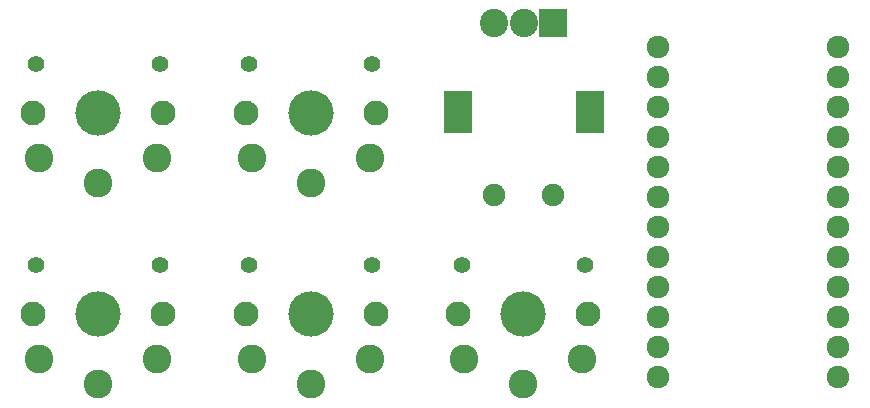
<source format=gbr>
G04 #@! TF.GenerationSoftware,KiCad,Pcbnew,(5.1.5-0-10_14)*
G04 #@! TF.CreationDate,2020-05-01T17:12:48+01:00*
G04 #@! TF.ProjectId,macro1,6d616372-6f31-42e6-9b69-6361645f7063,0.1*
G04 #@! TF.SameCoordinates,Original*
G04 #@! TF.FileFunction,Soldermask,Top*
G04 #@! TF.FilePolarity,Negative*
%FSLAX46Y46*%
G04 Gerber Fmt 4.6, Leading zero omitted, Abs format (unit mm)*
G04 Created by KiCad (PCBNEW (5.1.5-0-10_14)) date 2020-05-01 17:12:48*
%MOMM*%
%LPD*%
G04 APERTURE LIST*
%ADD10C,1.924000*%
%ADD11R,2.400000X2.400000*%
%ADD12C,2.400000*%
%ADD13R,2.400000X3.600000*%
%ADD14C,1.900000*%
%ADD15C,2.101800*%
%ADD16C,1.390600*%
%ADD17C,2.432000*%
%ADD18C,3.829000*%
G04 APERTURE END LIST*
D10*
X100318600Y-62992000D03*
X100318600Y-65532000D03*
X100318600Y-68072000D03*
X100318600Y-70612000D03*
X100318600Y-73152000D03*
X100318600Y-75692000D03*
X100318600Y-78232000D03*
X100318600Y-80772000D03*
X100318600Y-83312000D03*
X100318600Y-85852000D03*
X100318600Y-88392000D03*
X100318600Y-90932000D03*
X85098600Y-90932000D03*
X85098600Y-88392000D03*
X85098600Y-85852000D03*
X85098600Y-83312000D03*
X85098600Y-80772000D03*
X85098600Y-78232000D03*
X85098600Y-75692000D03*
X85098600Y-73152000D03*
X85098600Y-70612000D03*
X85098600Y-68072000D03*
X85098600Y-65532000D03*
X85098600Y-62992000D03*
D11*
X76200000Y-60960000D03*
D12*
X73700000Y-60960000D03*
X71200000Y-60960000D03*
D13*
X79300000Y-68460000D03*
X68100000Y-68460000D03*
D14*
X76200000Y-75460000D03*
X71200000Y-75460000D03*
D15*
X32160000Y-68580000D03*
X43160000Y-68580000D03*
D16*
X42880000Y-64380000D03*
D17*
X37660000Y-74480000D03*
X32660000Y-72380000D03*
D18*
X37660000Y-68580000D03*
D17*
X42660000Y-72380000D03*
D16*
X32440000Y-64380000D03*
D15*
X50160000Y-68580000D03*
X61160000Y-68580000D03*
D16*
X60880000Y-64380000D03*
D17*
X55660000Y-74480000D03*
X50660000Y-72380000D03*
D18*
X55660000Y-68580000D03*
D17*
X60660000Y-72380000D03*
D16*
X50440000Y-64380000D03*
D15*
X68160000Y-85580000D03*
X79160000Y-85580000D03*
D16*
X78880000Y-81380000D03*
D17*
X73660000Y-91480000D03*
X68660000Y-89380000D03*
D18*
X73660000Y-85580000D03*
D17*
X78660000Y-89380000D03*
D16*
X68440000Y-81380000D03*
D15*
X50160000Y-85580000D03*
X61160000Y-85580000D03*
D16*
X60880000Y-81380000D03*
D17*
X55660000Y-91480000D03*
X50660000Y-89380000D03*
D18*
X55660000Y-85580000D03*
D17*
X60660000Y-89380000D03*
D16*
X50440000Y-81380000D03*
D15*
X32160000Y-85580000D03*
X43160000Y-85580000D03*
D16*
X42880000Y-81380000D03*
D17*
X37660000Y-91480000D03*
X32660000Y-89380000D03*
D18*
X37660000Y-85580000D03*
D17*
X42660000Y-89380000D03*
D16*
X32440000Y-81380000D03*
M02*

</source>
